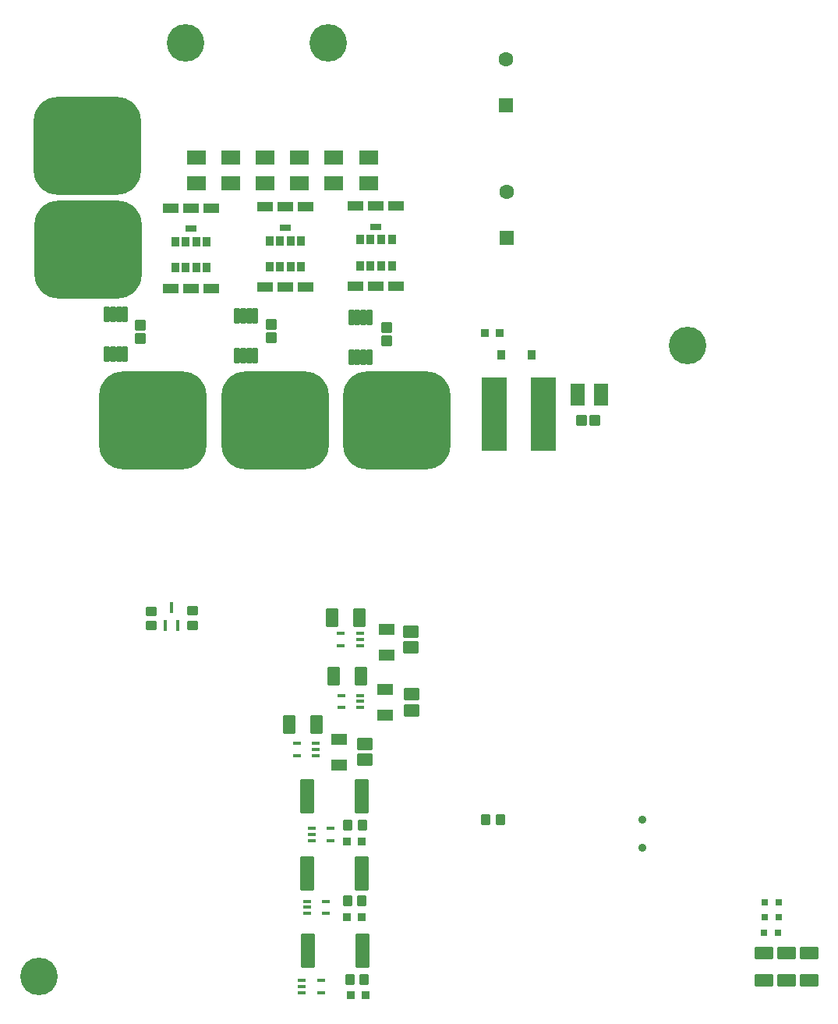
<source format=gbr>
%TF.GenerationSoftware,KiCad,Pcbnew,7.0.8*%
%TF.CreationDate,2023-12-22T14:09:36-07:00*%
%TF.ProjectId,VESC-6-MK5,56455343-2d36-42d4-9d4b-352e6b696361,rev?*%
%TF.SameCoordinates,Original*%
%TF.FileFunction,Soldermask,Bot*%
%TF.FilePolarity,Negative*%
%FSLAX46Y46*%
G04 Gerber Fmt 4.6, Leading zero omitted, Abs format (unit mm)*
G04 Created by KiCad (PCBNEW 7.0.8) date 2023-12-22 14:09:36*
%MOMM*%
%LPD*%
G01*
G04 APERTURE LIST*
G04 Aperture macros list*
%AMRoundRect*
0 Rectangle with rounded corners*
0 $1 Rounding radius*
0 $2 $3 $4 $5 $6 $7 $8 $9 X,Y pos of 4 corners*
0 Add a 4 corners polygon primitive as box body*
4,1,4,$2,$3,$4,$5,$6,$7,$8,$9,$2,$3,0*
0 Add four circle primitives for the rounded corners*
1,1,$1+$1,$2,$3*
1,1,$1+$1,$4,$5*
1,1,$1+$1,$6,$7*
1,1,$1+$1,$8,$9*
0 Add four rect primitives between the rounded corners*
20,1,$1+$1,$2,$3,$4,$5,0*
20,1,$1+$1,$4,$5,$6,$7,0*
20,1,$1+$1,$6,$7,$8,$9,0*
20,1,$1+$1,$8,$9,$2,$3,0*%
G04 Aperture macros list end*
%ADD10RoundRect,0.102000X0.700000X-0.700000X0.700000X0.700000X-0.700000X0.700000X-0.700000X-0.700000X0*%
%ADD11C,1.604000*%
%ADD12C,4.064000*%
%ADD13C,0.900000*%
%ADD14RoundRect,0.102000X-0.955000X0.685000X-0.955000X-0.685000X0.955000X-0.685000X0.955000X0.685000X0*%
%ADD15R,0.812800X1.041400*%
%ADD16RoundRect,0.102000X0.465000X-0.505000X0.465000X0.505000X-0.465000X0.505000X-0.465000X-0.505000X0*%
%ADD17RoundRect,0.132000X0.220000X-0.745000X0.220000X0.745000X-0.220000X0.745000X-0.220000X-0.745000X0*%
%ADD18RoundRect,2.667500X3.157500X2.667500X-3.157500X2.667500X-3.157500X-2.667500X3.157500X-2.667500X0*%
%ADD19R,0.863600X0.965200*%
%ADD20RoundRect,0.102000X-0.615000X-0.885000X0.615000X-0.885000X0.615000X0.885000X-0.615000X0.885000X0*%
%ADD21RoundRect,0.102000X-0.735000X0.580000X-0.735000X-0.580000X0.735000X-0.580000X0.735000X0.580000X0*%
%ADD22R,0.762000X0.711200*%
%ADD23R,1.799996X1.305598*%
%ADD24RoundRect,0.102000X-0.885000X0.585000X-0.885000X-0.585000X0.885000X-0.585000X0.885000X0.585000X0*%
%ADD25RoundRect,0.102000X-0.435000X-0.465000X0.435000X-0.465000X0.435000X0.465000X-0.435000X0.465000X0*%
%ADD26RoundRect,0.102000X-0.665000X-1.730000X0.665000X-1.730000X0.665000X1.730000X-0.665000X1.730000X0*%
%ADD27RoundRect,0.102000X-0.885000X0.615000X-0.885000X-0.615000X0.885000X-0.615000X0.885000X0.615000X0*%
%ADD28R,0.838200X0.304800*%
%ADD29R,1.701800X1.092200*%
%ADD30R,1.295400X0.711200*%
%ADD31R,0.838200X1.092200*%
%ADD32R,1.497552X2.413000*%
%ADD33RoundRect,0.102000X-0.505000X-0.465000X0.505000X-0.465000X0.505000X0.465000X-0.505000X0.465000X0*%
%ADD34RoundRect,0.102000X0.465000X-0.435000X0.465000X0.435000X-0.465000X0.435000X-0.465000X-0.435000X0*%
%ADD35R,0.457200X1.168400*%
%ADD36R,2.705100X8.001000*%
G04 APERTURE END LIST*
D10*
%TO.C,C47*%
X205230000Y-63755000D03*
D11*
X205230000Y-58755000D03*
%TD*%
D12*
%TO.C,*%
X154430000Y-143920000D03*
%TD*%
%TO.C,*%
X224920000Y-75410000D03*
%TD*%
D13*
%TO.C,U11*%
X219965000Y-126955000D03*
X219965000Y-129955000D03*
%TD*%
D12*
%TO.C,*%
X185844000Y-42600000D03*
%TD*%
%TO.C,*%
X170376000Y-42600000D03*
%TD*%
D10*
%TO.C,C46*%
X205190000Y-49345000D03*
D11*
X205190000Y-44345000D03*
%TD*%
D14*
%TO.C,C43*%
X186508718Y-54994000D03*
X186508718Y-57836000D03*
%TD*%
D15*
%TO.C,D4*%
X204701802Y-76422300D03*
X208003802Y-76422300D03*
%TD*%
D16*
%TO.C,C42*%
X192257888Y-74919000D03*
X192257888Y-73501000D03*
%TD*%
D17*
%TO.C,U5*%
X163817888Y-76390000D03*
X163167888Y-76390000D03*
X162517888Y-76390000D03*
X161867888Y-76390000D03*
X161867888Y-72080000D03*
X162517888Y-72080000D03*
X163167888Y-72080000D03*
X163817888Y-72080000D03*
%TD*%
D18*
%TO.C,P10*%
X193365000Y-83585000D03*
%TD*%
D19*
%TO.C,C59*%
X187926024Y-129294800D03*
X189526224Y-129294800D03*
%TD*%
D18*
%TO.C,P12*%
X159675000Y-53785000D03*
%TD*%
D20*
%TO.C,R36*%
X186499214Y-111300000D03*
X189431214Y-111300000D03*
%TD*%
D18*
%TO.C,P11*%
X159835000Y-64995000D03*
%TD*%
D21*
%TO.C,C45*%
X189838214Y-118675000D03*
X189838214Y-120425000D03*
%TD*%
D22*
%TO.C,D3*%
X234797600Y-135846600D03*
X233248200Y-135846600D03*
%TD*%
D23*
%TO.C,C52*%
X192251016Y-106281405D03*
X192251016Y-109087001D03*
%TD*%
D24*
%TO.C,R8*%
X235670000Y-141402000D03*
X235670000Y-144390000D03*
%TD*%
D16*
%TO.C,C35*%
X165437888Y-74649000D03*
X165437888Y-73231000D03*
%TD*%
D21*
%TO.C,C30*%
X194928214Y-113319000D03*
X194928214Y-115069000D03*
%TD*%
D25*
%TO.C,R20*%
X187974024Y-135715000D03*
X189534024Y-135715000D03*
%TD*%
D26*
%TO.C,R19*%
X183603024Y-132762000D03*
X189491024Y-132762000D03*
%TD*%
D19*
%TO.C,C49*%
X188306024Y-145966000D03*
X189906224Y-145966000D03*
%TD*%
D27*
%TO.C,R7*%
X233190000Y-141430000D03*
X233190000Y-144362000D03*
%TD*%
D26*
%TO.C,R17*%
X183713024Y-141114000D03*
X189601024Y-141114000D03*
%TD*%
D28*
%TO.C,U13*%
X184532114Y-118641996D03*
X184532114Y-119291995D03*
X184532114Y-119941994D03*
X182449314Y-119941994D03*
X182449314Y-118641996D03*
%TD*%
D24*
%TO.C,R9*%
X238080000Y-141362000D03*
X238080000Y-144350000D03*
%TD*%
D29*
%TO.C,Q5*%
X193259001Y-60309899D03*
X191059000Y-60309899D03*
X188858999Y-60309899D03*
X193259001Y-69014901D03*
X191059000Y-69014901D03*
X188858999Y-69014901D03*
D30*
X191059000Y-62559899D03*
D31*
X192784000Y-63959899D03*
X191634000Y-63959899D03*
X190484000Y-63959899D03*
X189334000Y-63959899D03*
X192784000Y-66759899D03*
X191634000Y-66759899D03*
X190484000Y-66759899D03*
X189334000Y-66759899D03*
%TD*%
D14*
%TO.C,C40*%
X179023758Y-54994000D03*
X179023758Y-57836000D03*
%TD*%
D22*
%TO.C,D2*%
X234808800Y-137499800D03*
X233259400Y-137499800D03*
%TD*%
%TO.C,D1*%
X234765800Y-139177600D03*
X233216400Y-139177600D03*
%TD*%
D28*
%TO.C,U16*%
X184083124Y-129178004D03*
X184083124Y-128528005D03*
X184083124Y-127878006D03*
X186165924Y-127878006D03*
X186165924Y-129178004D03*
%TD*%
D25*
%TO.C,R18*%
X188214024Y-144305000D03*
X189774024Y-144305000D03*
%TD*%
D29*
%TO.C,Q1*%
X173180201Y-60516499D03*
X170980200Y-60516499D03*
X168780199Y-60516499D03*
X173180201Y-69221501D03*
X170980200Y-69221501D03*
X168780199Y-69221501D03*
D30*
X170980200Y-62766499D03*
D31*
X172705200Y-64166499D03*
X171555200Y-64166499D03*
X170405200Y-64166499D03*
X169255200Y-64166499D03*
X172705200Y-66966499D03*
X171555200Y-66966499D03*
X170405200Y-66966499D03*
X169255200Y-66966499D03*
%TD*%
D28*
%TO.C,U10*%
X189332114Y-106702400D03*
X189332114Y-107352399D03*
X189332114Y-108002398D03*
X187249314Y-108002398D03*
X187249314Y-106702400D03*
%TD*%
D14*
%TO.C,C39*%
X175281278Y-54994000D03*
X175281278Y-57836000D03*
%TD*%
D20*
%TO.C,R37*%
X181659214Y-116620000D03*
X184591214Y-116620000D03*
%TD*%
D23*
%TO.C,C54*%
X187025417Y-118218192D03*
X187025417Y-121023788D03*
%TD*%
D17*
%TO.C,U6*%
X177947888Y-76550000D03*
X177297888Y-76550000D03*
X176647888Y-76550000D03*
X175997888Y-76550000D03*
X175997888Y-72240000D03*
X176647888Y-72240000D03*
X177297888Y-72240000D03*
X177947888Y-72240000D03*
%TD*%
D20*
%TO.C,R35*%
X186339214Y-105010000D03*
X189271214Y-105010000D03*
%TD*%
D25*
%TO.C,R22*%
X188024024Y-127535000D03*
X189584024Y-127535000D03*
%TD*%
D28*
%TO.C,U14*%
X183033124Y-145667600D03*
X183033124Y-145017601D03*
X183033124Y-144367602D03*
X185115924Y-144367602D03*
X185115924Y-145667600D03*
%TD*%
D19*
%TO.C,C28*%
X202867202Y-74056600D03*
X204467402Y-74056600D03*
%TD*%
D32*
%TO.C,C32*%
X212984178Y-80758600D03*
X215499826Y-80758600D03*
%TD*%
D23*
%TO.C,C53*%
X192075417Y-112797796D03*
X192075417Y-115603392D03*
%TD*%
D14*
%TO.C,C41*%
X182766238Y-54994000D03*
X182766238Y-57836000D03*
%TD*%
D19*
%TO.C,C57*%
X187906024Y-137530400D03*
X189506224Y-137530400D03*
%TD*%
D25*
%TO.C,R48*%
X203000000Y-126935000D03*
X204560000Y-126935000D03*
%TD*%
D17*
%TO.C,U7*%
X190347888Y-76740000D03*
X189697888Y-76740000D03*
X189047888Y-76740000D03*
X188397888Y-76740000D03*
X188397888Y-72430000D03*
X189047888Y-72430000D03*
X189697888Y-72430000D03*
X190347888Y-72430000D03*
%TD*%
D28*
%TO.C,U12*%
X189372114Y-113417198D03*
X189372114Y-114067197D03*
X189372114Y-114717196D03*
X187289314Y-114717196D03*
X187289314Y-113417198D03*
%TD*%
D16*
%TO.C,C38*%
X179717888Y-74589000D03*
X179717888Y-73171000D03*
%TD*%
D26*
%TO.C,R21*%
X183593024Y-124360000D03*
X189481024Y-124360000D03*
%TD*%
D33*
%TO.C,C31*%
X213396202Y-83555000D03*
X214814202Y-83555000D03*
%TD*%
D14*
%TO.C,C37*%
X171538798Y-54994000D03*
X171538798Y-57836000D03*
%TD*%
%TO.C,C44*%
X190251202Y-54994000D03*
X190251202Y-57836000D03*
%TD*%
D28*
%TO.C,U15*%
X183563124Y-137062802D03*
X183563124Y-136412803D03*
X183563124Y-135762804D03*
X185645924Y-135762804D03*
X185645924Y-137062802D03*
%TD*%
D34*
%TO.C,R15*%
X171181200Y-105800000D03*
X171181200Y-104240000D03*
%TD*%
D18*
%TO.C,P8*%
X166790000Y-83585000D03*
%TD*%
D35*
%TO.C,Q7*%
X169518099Y-105855600D03*
X168218101Y-105855600D03*
X168868100Y-103874400D03*
%TD*%
D34*
%TO.C,R16*%
X166621200Y-105830000D03*
X166621200Y-104270000D03*
%TD*%
D21*
%TO.C,C29*%
X194869214Y-106488000D03*
X194869214Y-108238000D03*
%TD*%
D29*
%TO.C,Q3*%
X183422601Y-60406499D03*
X181222600Y-60406499D03*
X179022599Y-60406499D03*
X183422601Y-69111501D03*
X181222600Y-69111501D03*
X179022599Y-69111501D03*
D30*
X181222600Y-62656499D03*
D31*
X182947600Y-64056499D03*
X181797600Y-64056499D03*
X180647600Y-64056499D03*
X179497600Y-64056499D03*
X182947600Y-66856499D03*
X181797600Y-66856499D03*
X180647600Y-66856499D03*
X179497600Y-66856499D03*
%TD*%
D18*
%TO.C,P9*%
X180080000Y-83585000D03*
%TD*%
D36*
%TO.C,L2*%
X203917952Y-82914300D03*
X209226552Y-82914300D03*
%TD*%
M02*

</source>
